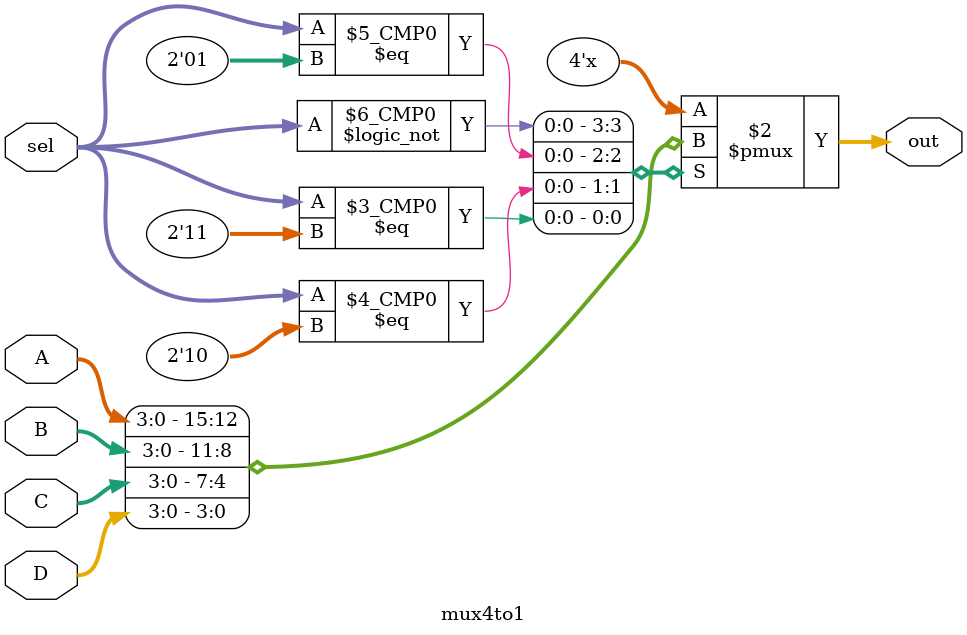
<source format=sv>
`timescale 1ns / 1ps


module mux4to1(
    input [3:0] A, // Time ones
    input [3:0] B, // Time tens
    input [3:0] C, // Score ones
    input [3:0] D, // Score tens
    input [1:0] sel,
    output logic [3:0] out
    );
    
    always_comb begin
        case(sel) 
            2'b00: out = A;
            2'b01: out = B;
            2'b10: out = C;
            2'b11: out = D;
        endcase
    end
endmodule

</source>
